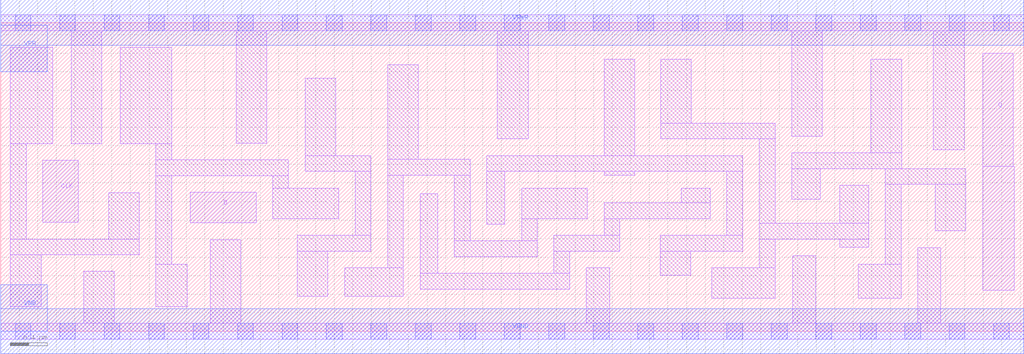
<source format=lef>
# Copyright 2020 The SkyWater PDK Authors
#
# Licensed under the Apache License, Version 2.0 (the "License");
# you may not use this file except in compliance with the License.
# You may obtain a copy of the License at
#
#     https://www.apache.org/licenses/LICENSE-2.0
#
# Unless required by applicable law or agreed to in writing, software
# distributed under the License is distributed on an "AS IS" BASIS,
# WITHOUT WARRANTIES OR CONDITIONS OF ANY KIND, either express or implied.
# See the License for the specific language governing permissions and
# limitations under the License.
#
# SPDX-License-Identifier: Apache-2.0

VERSION 5.5 ;
NAMESCASESENSITIVE ON ;
BUSBITCHARS "[]" ;
DIVIDERCHAR "/" ;
MACRO sky130_fd_sc_lp__dfxtp_lp
  CLASS CORE ;
  SOURCE USER ;
  ORIGIN  0.000000  0.000000 ;
  SIZE  11.04000 BY  3.330000 ;
  SYMMETRY X Y R90 ;
  SITE unit ;
  PIN D
    ANTENNAGATEAREA  0.376000 ;
    DIRECTION INPUT ;
    USE SIGNAL ;
    PORT
      LAYER li1 ;
        RECT 2.045000 1.170000 2.755000 1.500000 ;
    END
  END D
  PIN Q
    ANTENNADIFFAREA  0.400500 ;
    DIRECTION OUTPUT ;
    USE SIGNAL ;
    PORT
      LAYER li1 ;
        RECT 10.595000 0.440000 10.935000 1.780000 ;
        RECT 10.595000 1.780000 10.925000 3.000000 ;
    END
  END Q
  PIN CLK
    ANTENNAGATEAREA  0.376000 ;
    DIRECTION INPUT ;
    USE CLOCK ;
    PORT
      LAYER li1 ;
        RECT 0.455000 1.175000 0.835000 1.845000 ;
    END
  END CLK
  PIN VGND
    DIRECTION INOUT ;
    USE GROUND ;
    PORT
      LAYER met1 ;
        RECT 0.000000 -0.245000 11.040000 0.245000 ;
    END
  END VGND
  PIN VNB
    DIRECTION INOUT ;
    USE GROUND ;
    PORT
      LAYER met1 ;
        RECT 0.000000 0.000000 0.500000 0.500000 ;
    END
  END VNB
  PIN VPB
    DIRECTION INOUT ;
    USE POWER ;
    PORT
      LAYER met1 ;
        RECT 0.000000 2.800000 0.500000 3.300000 ;
    END
  END VPB
  PIN VPWR
    DIRECTION INOUT ;
    USE POWER ;
    PORT
      LAYER met1 ;
        RECT 0.000000 3.085000 11.040000 3.575000 ;
    END
  END VPWR
  OBS
    LAYER li1 ;
      RECT  0.000000 -0.085000 11.040000 0.085000 ;
      RECT  0.000000  3.245000 11.040000 3.415000 ;
      RECT  0.105000  0.265000  0.435000 0.825000 ;
      RECT  0.105000  0.825000  1.495000 0.995000 ;
      RECT  0.105000  0.995000  0.275000 2.025000 ;
      RECT  0.105000  2.025000  0.560000 3.065000 ;
      RECT  0.760000  2.025000  1.090000 3.245000 ;
      RECT  0.895000  0.085000  1.225000 0.645000 ;
      RECT  1.165000  0.995000  1.495000 1.495000 ;
      RECT  1.290000  2.025000  1.845000 3.065000 ;
      RECT  1.675000  0.265000  2.015000 0.725000 ;
      RECT  1.675000  0.725000  1.845000 1.680000 ;
      RECT  1.675000  1.680000  3.105000 1.850000 ;
      RECT  1.675000  1.850000  1.845000 2.025000 ;
      RECT  2.260000  0.085000  2.590000 0.990000 ;
      RECT  2.540000  2.030000  2.870000 3.245000 ;
      RECT  2.935000  1.215000  3.645000 1.545000 ;
      RECT  2.935000  1.545000  3.105000 1.680000 ;
      RECT  3.200000  0.375000  3.530000 0.865000 ;
      RECT  3.200000  0.865000  3.995000 1.035000 ;
      RECT  3.285000  1.725000  3.995000 1.895000 ;
      RECT  3.285000  1.895000  3.615000 2.730000 ;
      RECT  3.710000  0.375000  4.345000 0.685000 ;
      RECT  3.825000  1.035000  3.995000 1.725000 ;
      RECT  4.175000  0.685000  4.345000 1.685000 ;
      RECT  4.175000  1.685000  5.065000 1.855000 ;
      RECT  4.175000  1.855000  4.505000 2.875000 ;
      RECT  4.525000  0.455000  6.140000 0.625000 ;
      RECT  4.525000  0.625000  4.715000 1.485000 ;
      RECT  4.895000  0.805000  5.790000 0.975000 ;
      RECT  4.895000  0.975000  5.065000 1.685000 ;
      RECT  5.245000  1.155000  5.440000 1.725000 ;
      RECT  5.245000  1.725000  8.005000 1.895000 ;
      RECT  5.360000  2.075000  5.690000 3.245000 ;
      RECT  5.620000  0.975000  5.790000 1.215000 ;
      RECT  5.620000  1.215000  6.330000 1.545000 ;
      RECT  5.970000  0.625000  6.140000 0.865000 ;
      RECT  5.970000  0.865000  6.680000 1.035000 ;
      RECT  6.320000  0.085000  6.570000 0.685000 ;
      RECT  6.510000  1.035000  6.680000 1.215000 ;
      RECT  6.510000  1.215000  7.655000 1.385000 ;
      RECT  6.510000  1.685000  6.840000 1.725000 ;
      RECT  6.510000  1.895000  6.840000 2.935000 ;
      RECT  7.115000  0.605000  7.445000 0.865000 ;
      RECT  7.115000  0.865000  8.005000 1.035000 ;
      RECT  7.120000  2.075000  8.355000 2.245000 ;
      RECT  7.120000  2.245000  7.450000 2.935000 ;
      RECT  7.345000  1.385000  7.655000 1.545000 ;
      RECT  7.675000  0.355000  8.355000 0.685000 ;
      RECT  7.835000  1.035000  8.005000 1.725000 ;
      RECT  8.185000  0.685000  8.355000 0.995000 ;
      RECT  8.185000  0.995000  9.365000 1.165000 ;
      RECT  8.185000  1.165000  8.355000 2.075000 ;
      RECT  8.535000  1.425000  8.845000 1.755000 ;
      RECT  8.535000  1.755000  9.720000 1.925000 ;
      RECT  8.535000  2.105000  8.865000 3.245000 ;
      RECT  8.545000  0.085000  8.795000 0.815000 ;
      RECT  9.055000  0.905000  9.365000 0.995000 ;
      RECT  9.055000  1.165000  9.365000 1.575000 ;
      RECT  9.255000  0.355000  9.715000 0.725000 ;
      RECT  9.390000  1.925000  9.720000 2.935000 ;
      RECT  9.545000  0.725000  9.715000 1.585000 ;
      RECT  9.545000  1.585000 10.415000 1.755000 ;
      RECT  9.895000  0.085000 10.145000 0.900000 ;
      RECT 10.065000  1.960000 10.395000 3.245000 ;
      RECT 10.085000  1.085000 10.415000 1.585000 ;
    LAYER mcon ;
      RECT  0.155000 -0.085000  0.325000 0.085000 ;
      RECT  0.155000  3.245000  0.325000 3.415000 ;
      RECT  0.635000 -0.085000  0.805000 0.085000 ;
      RECT  0.635000  3.245000  0.805000 3.415000 ;
      RECT  1.115000 -0.085000  1.285000 0.085000 ;
      RECT  1.115000  3.245000  1.285000 3.415000 ;
      RECT  1.595000 -0.085000  1.765000 0.085000 ;
      RECT  1.595000  3.245000  1.765000 3.415000 ;
      RECT  2.075000 -0.085000  2.245000 0.085000 ;
      RECT  2.075000  3.245000  2.245000 3.415000 ;
      RECT  2.555000 -0.085000  2.725000 0.085000 ;
      RECT  2.555000  3.245000  2.725000 3.415000 ;
      RECT  3.035000 -0.085000  3.205000 0.085000 ;
      RECT  3.035000  3.245000  3.205000 3.415000 ;
      RECT  3.515000 -0.085000  3.685000 0.085000 ;
      RECT  3.515000  3.245000  3.685000 3.415000 ;
      RECT  3.995000 -0.085000  4.165000 0.085000 ;
      RECT  3.995000  3.245000  4.165000 3.415000 ;
      RECT  4.475000 -0.085000  4.645000 0.085000 ;
      RECT  4.475000  3.245000  4.645000 3.415000 ;
      RECT  4.955000 -0.085000  5.125000 0.085000 ;
      RECT  4.955000  3.245000  5.125000 3.415000 ;
      RECT  5.435000 -0.085000  5.605000 0.085000 ;
      RECT  5.435000  3.245000  5.605000 3.415000 ;
      RECT  5.915000 -0.085000  6.085000 0.085000 ;
      RECT  5.915000  3.245000  6.085000 3.415000 ;
      RECT  6.395000 -0.085000  6.565000 0.085000 ;
      RECT  6.395000  3.245000  6.565000 3.415000 ;
      RECT  6.875000 -0.085000  7.045000 0.085000 ;
      RECT  6.875000  3.245000  7.045000 3.415000 ;
      RECT  7.355000 -0.085000  7.525000 0.085000 ;
      RECT  7.355000  3.245000  7.525000 3.415000 ;
      RECT  7.835000 -0.085000  8.005000 0.085000 ;
      RECT  7.835000  3.245000  8.005000 3.415000 ;
      RECT  8.315000 -0.085000  8.485000 0.085000 ;
      RECT  8.315000  3.245000  8.485000 3.415000 ;
      RECT  8.795000 -0.085000  8.965000 0.085000 ;
      RECT  8.795000  3.245000  8.965000 3.415000 ;
      RECT  9.275000 -0.085000  9.445000 0.085000 ;
      RECT  9.275000  3.245000  9.445000 3.415000 ;
      RECT  9.755000 -0.085000  9.925000 0.085000 ;
      RECT  9.755000  3.245000  9.925000 3.415000 ;
      RECT 10.235000 -0.085000 10.405000 0.085000 ;
      RECT 10.235000  3.245000 10.405000 3.415000 ;
      RECT 10.715000 -0.085000 10.885000 0.085000 ;
      RECT 10.715000  3.245000 10.885000 3.415000 ;
  END
END sky130_fd_sc_lp__dfxtp_lp
END LIBRARY

</source>
